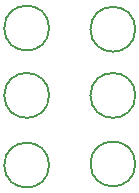
<source format=gbr>
%TF.GenerationSoftware,KiCad,Pcbnew,(6.0.5)*%
%TF.CreationDate,2022-09-22T23:13:11-05:00*%
%TF.ProjectId,powerPCB,706f7765-7250-4434-922e-6b696361645f,rev?*%
%TF.SameCoordinates,Original*%
%TF.FileFunction,Other,Comment*%
%FSLAX46Y46*%
G04 Gerber Fmt 4.6, Leading zero omitted, Abs format (unit mm)*
G04 Created by KiCad (PCBNEW (6.0.5)) date 2022-09-22 23:13:11*
%MOMM*%
%LPD*%
G01*
G04 APERTURE LIST*
%ADD10C,0.150000*%
G04 APERTURE END LIST*
D10*
%TO.C,H5*%
X98000000Y-73400000D02*
G75*
G03*
X98000000Y-73400000I-1900000J0D01*
G01*
%TO.C,H6*%
X98000000Y-79100000D02*
G75*
G03*
X98000000Y-79100000I-1900000J0D01*
G01*
%TO.C,H2*%
X105300000Y-84900000D02*
G75*
G03*
X105300000Y-84900000I-1900000J0D01*
G01*
%TO.C,H3*%
X105300000Y-73500000D02*
G75*
G03*
X105300000Y-73500000I-1900000J0D01*
G01*
%TO.C,H1*%
X105300000Y-79100000D02*
G75*
G03*
X105300000Y-79100000I-1900000J0D01*
G01*
%TO.C,H4*%
X98000000Y-85000000D02*
G75*
G03*
X98000000Y-85000000I-1900000J0D01*
G01*
%TD*%
M02*

</source>
